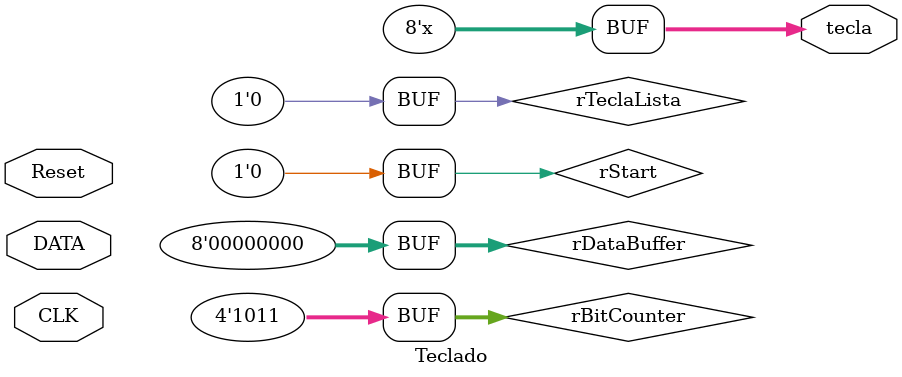
<source format=v>
`timescale 1ns / 1ps
module UPCOUNTER_POSEDGE # (parameter SIZE=16)
(
input wire Clock, Reset,
input wire [SIZE-1:0] Initial,
input wire Enable,
output reg [SIZE-1:0] Q
);


  always @(posedge Clock )
  begin
      if (Reset)
        Q = Initial;
      else
		begin
		if (Enable)
			Q = Q + 1;

		end
  end

endmodule
//----------------------------------------------------
module FFD_POSEDGE_SYNCRONOUS_RESET # ( parameter SIZE=8 )
(
	input wire				Clock,
	input wire				Reset,
	input wire				Enable,
	input wire [SIZE-1:0]	D,
	output reg [SIZE-1:0]	Q
);


always @ (posedge Clock)
begin
	if ( Reset )
		Q <= 0;
	else
	begin
		if (Enable)
			Q <= D;
	end

end//always

endmodule


//----------------------------------------------------------------------
//Implementacion del modulo IMUL basandonos en un array multiplier
module IMUL (oResult, A, B);
	input wire [3:0] A;
	input wire [3:0] B;
	output [7:0] oResult; //la salida no puede ser mayor a 8 bits ya que las entradas son de 4

	//cables para los acarreos
	wire Ci_00, Ci_01, Ci_02, Ci_03, Ci_10, Ci_11, Ci_12, Ci_13, Ci_20, Ci_21, Ci_22;
	wire r01, r02, r03, r11, r12, r13;


	//r[0]
	assign oResult[0] = A[0] & B[0];

	//r[1]
	full_adder adder00 (.A(A[0] & B[1]), .B(A[1] & B[0]),
						.Ci(1'b0), .R(oResult[1]), .Co(Ci_00));

	//r[2]
	full_adder adder01 (.A(A[2] & B[0]), .B(A[1] & B[1]),
						.Ci(Ci_00), .R(r01), .Co(Ci_01));
	full_adder adder10 (.A(A[0] & B[2]), .B(r01), .Ci(1'b0),
						 .R(oResult[2]), .Co(Ci_10));

	//r[3]
	full_adder adder02 (.A(A[3] & B[0]), .B(A[2] & B[1]),
						.Ci(Ci_01), .R(r02), .Co(Ci_02));
	full_adder adder11 (.A(A[1] & B[2]), .B(r02), .Ci(Ci_10),
						.R(r11), .Co(Ci_11));
	full_adder adder20 (.A(A[0] & B[3]), .B(r11), .Ci(1'b0),
						.R(oResult[3]), .Co(Ci_20));

	//r[4]
	full_adder adder03 (.A(1'b0), .B(A[3] & B[1]), .Ci(Ci_02),
						.R(r03), .Co(Ci_03));
	full_adder adder12 (.A(A[2] & B[2]), .B(r03), .Ci(Ci_11),
						.R(r12), .Co(Ci_12));
	full_adder adder21 (.A(A[1] & B[3]), .B(r12), .Ci(Ci_20),
						.R(oResult[4]), .Co(Ci_21));

	//r[5]
	full_adder adder13 (.A(A[3] & B[2]), .B(Ci_03), .Ci(Ci_12),
						.R(r13), .Co(Ci_13));
	full_adder adder22 (.A(A[2] & B[3]), .B(r13), .Ci(Ci_21),
						.R(oResult[5]), .Co(Ci_22));

	//r[6]
	full_adder adder23 (.A(A[3] & B[3]), .B(Ci_13), .Ci(Ci_22),
						.R(oResult[6]), .Co(oResult[7]));


endmodule

//----------------------------------------------------------------------
//Esta es la implementacion de un sumador completo
//va a ser de suma importancia para la implementacion de las operaciones IMUL
//y la operacion subsecuente utilizando genvar
module full_adder (A, B, Ci, R, Co);

input wire A, B, Ci;
output wire R, Co;

assign {Co, R} = A + B + Ci;

endmodule

//----------------------------------------------------------------------
module mux_4x1 #(parameter SIZE = 16) (Shifted_A, Q, A, B);

input wire [SIZE - 1:0] A; //input wire [15:0] A;
input wire [1:0] B;

output reg [SIZE+1:0] Shifted_A; //output reg [17:0] Shifted_A;
output reg [SIZE+1:0] Q; // Q y Shifted_A necesitan 1 bit mas que A por la suma y el desplazamiento respectivamente.

always @(*) begin
	case(B)
		0: Q <= 0; 						// A *0
		1: Q <= A; 						// A *1
		2: Q <= A << 1'b1;			// A *2
		3: Q <= (A << 1'b1) + A;	// A *3

		default: Q <= 0;				// A *0
	endcase

	Shifted_A <= A << 2'b10;	// Desplazamiento adicional para adecuar la entrada
end										// al siguiente mux_4x1 segun el algoritmo.

endmodule

//----------------------------------------------------------------------

module IMUL2 (result, A, B);
	output reg [31:0] result; // Resultado de 32bits ya que se multiplican 2 numeros de 16bits.
	input wire [15:0] A;
	input wire [15:0] B;

	wire [17:0] shifted_17A; // Los tamanos van aumentando debido a que A se desplaza 2 veces
	wire [19:0] shifted_19A; // hacia la izquierda por cada etapa de mux.
	wire [21:0] shifted_21A;
	wire [23:0] shifted_23A;
	wire [25:0] shifted_25A;
	wire [27:0] shifted_27A;
	wire [29:0] shifted_29A;

	wire [17:0] oMux1;
	wire [19:0] oMux2;
	wire [21:0] oMux3;
	wire [23:0] oMux4;
	wire [25:0] oMux5;
	wire [27:0] oMux6;
	wire [29:0] oMux7;
	wire [31:0] oMux8;

	mux_4x1 # (16) mux1(.Shifted_A(shifted_17A), .Q(oMux1), .A(A), .B(B[1:0]));
	mux_4x1 # (18) mux2(.Shifted_A(shifted_19A), .Q(oMux2), .A(shifted_17A), .B(B[3:2]));
	mux_4x1 # (20) mux3(.Shifted_A(shifted_21A), .Q(oMux3), .A(shifted_19A), .B(B[5:4]));
	mux_4x1 # (22) mux4(.Shifted_A(shifted_23A), .Q(oMux4), .A(shifted_21A), .B(B[7:6]));
	mux_4x1 # (24) mux5(.Shifted_A(shifted_25A), .Q(oMux5), .A(shifted_23A), .B(B[9:8]));
	mux_4x1 # (26) mux6(.Shifted_A(shifted_27A), .Q(oMux6), .A(shifted_25A), .B(B[11:10]));
	mux_4x1 # (28) mux7(.Shifted_A(shifted_29A), .Q(oMux7), .A(shifted_27A), .B(B[13:12]));
	mux_4x1 # (30) mux8(.Q(oMux8), .A(shifted_29A), .B(B[15:14]));

	// Se suman los resultados de todos los muxes segun el algoritmo.
	always @(*)begin
		result = oMux1 + oMux2 + oMux3 + oMux4 + oMux5 + oMux6 + oMux7 + oMux8;
	end

endmodule

//----------------------------------------------------------------------
// EXPERIMENTO 4: VGA
//---------------------------------------------------------------------

module VGA_SYNC (oVsync, oHsync, oRed, oGreen, oBlue, CLK); //, iColors[2:0]);

	reg [19:0] Cycle_Counter;
	reg [11:0] Hsync_Counter;

	output reg oVsync;
	output reg oHsync;
	output reg oRed;
	output reg oGreen;
	output reg oBlue ;

	input wire CLK;
//	input wire [2:0] iColors;

	reg [3:0] vga_state=0;

//	initial vga_state = 0;

	always @ (posedge CLK) begin
		case (vga_state)

			0: begin //SetUp
				Cycle_Counter <= 19'b0;
				Hsync_Counter <= 11'b0;
				oVsync <= 1'b1;
				oHsync <= 1'b1;
				oRed <= 1;
				oGreen <= 0;
				oBlue <= 0;
				vga_state <= 1;
			end //end 0
			1: begin //Tbp
				Cycle_Counter <= Cycle_Counter +1;
				Hsync_Counter <= Hsync_Counter;
				oVsync <= 1'b1;
				oHsync <= 1'b1;
				oRed <= 1;
				oGreen <= 0;
				oBlue <= 0;
				if(Cycle_Counter == 96) begin
					Cycle_Counter <= 0;
					vga_state <= 2;
				end
				else
					vga_state <= 1;
			end //end 1

			2: begin //Tdisp
				Cycle_Counter <= Cycle_Counter +1;
				Hsync_Counter <= Hsync_Counter;
				oVsync <= 1'b1;
				oHsync <= 1'b1;
				oRed <= 1;
				oGreen <= 0;
				oBlue <= 0;
				if(Cycle_Counter == 1280) begin
					Cycle_Counter <= 0;
					vga_state <= 3;
				end
				else
					vga_state <= 2;
			end //end 2

			3: begin //Tfp
				Cycle_Counter <= Cycle_Counter +1;
				Hsync_Counter <= Hsync_Counter;
				oVsync <= 1'b1;
				oHsync <= 1'b1;
				oRed <= 1;
				oGreen <= 0;
				oBlue <= 0;
				if(Cycle_Counter == 32) begin
					Cycle_Counter <= 0;
					vga_state <= 4;
				end
				else
					vga_state <= 3;
			end //end 3

			4: begin //Hsync
				Cycle_Counter <= Cycle_Counter +1;
				Hsync_Counter <= Hsync_Counter +1;
				oVsync <= 1'b1;
				oHsync <= 1'b0;
				oRed <= 1;
				oGreen <= 0;
				oBlue <= 0;
				if(Cycle_Counter == 192) begin
					Cycle_Counter <= 0;
					if(Hsync_Counter == 479 )vga_state <= 5; // Salta a Vsync
					else vga_state <= 1; // Salta a Tbp
				end
				else
					vga_state <= 4;
			end //end 4

			5: begin //Vsync
				Cycle_Counter <= Cycle_Counter +1;
				Hsync_Counter <= Hsync_Counter;
				oVsync <= 1'b0;
				oHsync <= 1'b1;
				oRed <= 1;
				oGreen <= 0;
				oBlue <= 0;
				if(Cycle_Counter == 3200) begin
					Cycle_Counter <= 0;
					vga_state <= 1;
				end
				else
					vga_state <= 5;
			end //end 5
		endcase
	end //end always @ posedge
endmodule
//---------------------------------------------------------------------
module Teclado (CLK, DATA, tecla, Reset); 

	input CLK, DATA, Reset;
	output reg [7:0] tecla;
	
	reg [7:0] rDataBuffer;
	reg rStart, rTeclaLista;
	reg [3:0] rBitCounter;
	
	//Para asegurarse que se de un verdadero START
	always @ (negedge DATA) begin
		if (CLK) begin
			rStart <= 1;
		end 
		else begin
			rStart <= rStart;
		end
	end //end always START
	
	//Manejo Reset
	always @ (Reset) begin
		rDataBuffer <= 8'b0;
		rStart <= 0;
		rBitCounter <= 4'd11;
		rTeclaLista <= 0;
	end //end always Reset
	
	//Inicio de recepción de datos
	always @ (negedge CLK) begin
		if (rStart) begin //Verifica que se haya dado un verdadero Start
			if (rBitCounter == 0) begin
				rDataBuffer <= rDataBuffer;
				rBitCounter <= rBitCounter + 1;
				rTeclaLista <= 0;
			end //Bit START
			else begin
				if (rBitCounter <= 8) begin
					rDataBuffer[rBitCounter-1] <= DATA;
					rBitCounter <= rBitCounter + 1;
					rTeclaLista <= 0;
				end //Bits de Dato
				else begin
					if (rBitCounter <= 11) begin
						rDataBuffer <= rDataBuffer;
						rBitCounter <= rBitCounter + 1;
						rTeclaLista <= 0;
					end //Aún n hay STOP
					else begin
						rDataBuffer <= rDataBuffer; //Aún no se limpia el buffer
						rBitCounter <= 0; //reseteo contador
						rStart <= 0; //Elimina condición de que se dio un START
						rTeclaLista <= 1; //Ya hay una tecla recibida completa
					end //STOP, luego de 11 bits recibidos
				end //Demás bits hasta el STOP
			end
		end
	end // end  main always
	
	//Decodificación de la tecla
	always @ (rTeclaLista) begin
		tecla <= rDataBuffer; //Pasar tecla recibida
		rDataBuffer <= 0; //Limpiar buffer de basura
		/*case (rDataBuffer)
			8'h23: //Tecla D
				tecla <= 
			default: begin
				tecla <= 8'h15; //Tecla Q por default
			end
		endcase*/
	end
	
endmodule

</source>
